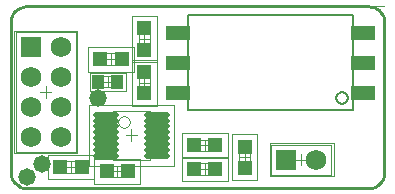
<source format=gts>
G04*
G04 #@! TF.GenerationSoftware,Altium Limited,Altium Designer,18.1.9 (240)*
G04*
G04 Layer_Color=8388736*
%FSLAX25Y25*%
%MOIN*%
G70*
G01*
G75*
%ADD12C,0.01000*%
%ADD13C,0.00197*%
%ADD14C,0.00394*%
%ADD15C,0.00500*%
%ADD21R,0.08477X0.04816*%
%ADD22R,0.05131X0.05131*%
%ADD23R,0.05131X0.05131*%
%ADD24R,0.04343X0.04737*%
%ADD25O,0.08477X0.01981*%
%ADD26C,0.06902*%
%ADD27R,0.06902X0.06902*%
%ADD28R,0.06902X0.06902*%
%ADD29C,0.05800*%
D12*
X124500Y55500D02*
X124350Y56519D01*
X124005Y57490D01*
X123476Y58375D01*
X122785Y59139D01*
X121959Y59754D01*
X121028Y60196D01*
X120029Y60448D01*
X119000Y60500D01*
X119500Y-0D02*
X120475Y96D01*
X121413Y381D01*
X122278Y843D01*
X123036Y1464D01*
X123657Y2222D01*
X124119Y3087D01*
X124404Y4025D01*
X124500Y5000D01*
X-0Y5000D02*
X96Y4025D01*
X381Y3087D01*
X843Y2222D01*
X1464Y1464D01*
X2222Y843D01*
X3087Y381D01*
X4025Y96D01*
X5000Y0D01*
Y60500D02*
X4025Y60404D01*
X3087Y60119D01*
X2222Y59657D01*
X1464Y59035D01*
X843Y58278D01*
X381Y57413D01*
X96Y56476D01*
X0Y55500D01*
X124500Y5000D02*
Y55500D01*
X5000Y0D02*
X119500D01*
X0Y5000D02*
Y55500D01*
X5000Y60500D02*
X119000D01*
D13*
X60000Y61000D02*
X60500Y60500D01*
X124500D01*
X42539Y35047D02*
X46279D01*
X44409Y33177D02*
Y36917D01*
X48543Y27370D02*
Y42724D01*
X40276Y27370D02*
Y42724D01*
X48543D01*
X40276Y27370D02*
X48543D01*
X86457Y4055D02*
Y14842D01*
X107744D01*
X86457Y4055D02*
X107744D01*
Y14842D01*
X73819Y17913D02*
X82087D01*
X73819Y2559D02*
X82087D01*
Y17913D01*
X73819Y2559D02*
Y17913D01*
X77953Y8366D02*
Y12106D01*
X76083Y10236D02*
X79823D01*
X64567Y4429D02*
Y8169D01*
X62697Y6299D02*
X66437D01*
X56890Y2165D02*
X72244D01*
X56890Y10433D02*
X72244D01*
Y2165D02*
Y10433D01*
X56890Y2165D02*
Y10433D01*
X64567Y12303D02*
Y16043D01*
X62697Y14173D02*
X66437D01*
X56890Y10039D02*
X72244D01*
X56890Y18307D02*
X72244D01*
Y10039D02*
Y18307D01*
X56890Y10039D02*
Y18307D01*
X40276Y57284D02*
X48543D01*
X40276Y41929D02*
X48543D01*
Y57284D01*
X40276Y41929D02*
Y57284D01*
X44409Y47736D02*
Y51476D01*
X42539Y49606D02*
X46279D01*
X1142Y11504D02*
X21929D01*
X1142D02*
Y52291D01*
X21929Y11504D02*
Y52291D01*
X1142D02*
X21929D01*
X33386Y41051D02*
Y44791D01*
X31516Y42921D02*
X35256D01*
X25709Y47055D02*
X41063D01*
X25709Y38787D02*
X41063D01*
X25709D02*
Y47055D01*
X41063Y38787D02*
Y47055D01*
X32303Y33531D02*
Y37272D01*
X30433Y35402D02*
X34173D01*
X26398Y32449D02*
X38209D01*
X26398Y38354D02*
X38209D01*
Y32449D02*
Y38354D01*
X26398Y32449D02*
Y38354D01*
X12323Y2843D02*
Y11110D01*
X27677Y2843D02*
Y11110D01*
X12323D02*
X27677D01*
X12323Y2843D02*
X27677D01*
X18130Y6976D02*
X21870D01*
X20000Y5106D02*
Y8846D01*
X43110Y1378D02*
Y9646D01*
X27756Y1378D02*
Y9646D01*
Y1378D02*
X43110D01*
X27756Y9646D02*
X43110D01*
X33563Y5512D02*
X37303D01*
X35433Y3642D02*
Y7382D01*
X26102Y7291D02*
Y27764D01*
X54252Y7291D02*
Y27764D01*
X26102D02*
X54252D01*
X26102Y7291D02*
X54252D01*
D14*
X39587Y22055D02*
X39323Y23039D01*
X38602Y23760D01*
X37618Y24024D01*
X36634Y23760D01*
X35913Y23039D01*
X35650Y22055D01*
X35913Y21071D01*
X36634Y20350D01*
X37618Y20087D01*
X38602Y20350D01*
X39323Y21071D01*
X39587Y22055D01*
X46279Y31701D02*
Y38394D01*
X42539Y31701D02*
Y38394D01*
X46279D01*
X42539Y31701D02*
X46279D01*
X106850Y4449D02*
Y14449D01*
X86850Y4449D02*
X106850D01*
X86850D02*
Y14449D01*
X106850D01*
X76083Y13681D02*
X79823D01*
X76083Y6791D02*
X79823D01*
Y13681D01*
X76083Y6791D02*
Y13681D01*
X61221Y4429D02*
X67913D01*
X61221Y8169D02*
X67913D01*
Y4429D02*
Y8169D01*
X61221Y4429D02*
Y8169D01*
Y12303D02*
X67913D01*
X61221Y16043D02*
X67913D01*
Y12303D02*
Y16043D01*
X61221Y12303D02*
Y16043D01*
X42539Y53051D02*
X46279D01*
X42539Y46161D02*
X46279D01*
Y53051D01*
X42539Y46161D02*
Y53051D01*
X1535Y11898D02*
X21535D01*
X1535D02*
Y51898D01*
X21535Y11898D02*
Y51898D01*
X1535D02*
X21535D01*
X30039Y44791D02*
X36732D01*
X30039Y41051D02*
X36732D01*
X30039D02*
Y44791D01*
X36732Y41051D02*
Y44791D01*
X28957Y33531D02*
X35650D01*
X28957Y37272D02*
X35650D01*
Y33531D02*
Y37272D01*
X28957Y33531D02*
Y37272D01*
X16555Y5106D02*
Y8846D01*
X23445Y5106D02*
Y8846D01*
X16555D02*
X23445D01*
X16555Y5106D02*
X23445D01*
X38878Y3642D02*
Y7382D01*
X31988Y3642D02*
Y7382D01*
Y3642D02*
X38878D01*
X31988Y7382D02*
X38878D01*
X34075Y9457D02*
Y25598D01*
X46279Y9457D02*
Y25598D01*
X34075D02*
X46279D01*
X34075Y9457D02*
X46279D01*
X96850Y7480D02*
Y11417D01*
X94882Y9449D02*
X98819D01*
X9567Y31898D02*
X13504D01*
X11535Y29929D02*
Y33866D01*
X38209Y17528D02*
X42146D01*
X40177Y15559D02*
Y19496D01*
D15*
X112205Y29921D02*
X111941Y30906D01*
X111221Y31626D01*
X110236Y31890D01*
X109252Y31626D01*
X108531Y30906D01*
X108267Y29921D01*
X108531Y28937D01*
X109252Y28216D01*
X110236Y27952D01*
X111221Y28216D01*
X111941Y28937D01*
X112205Y29921D01*
X59055Y25984D02*
Y57480D01*
X114173D01*
Y25984D02*
Y57480D01*
X59055Y25984D02*
X114173D01*
D21*
X55827Y41732D02*
D03*
Y51732D02*
D03*
Y31732D02*
D03*
X117401D02*
D03*
Y41732D02*
D03*
Y51732D02*
D03*
D22*
X44409Y38591D02*
D03*
Y31504D02*
D03*
X77953Y13780D02*
D03*
Y6693D02*
D03*
X44409Y53150D02*
D03*
Y46063D02*
D03*
D23*
X68110Y6299D02*
D03*
X61024D02*
D03*
X68110Y14173D02*
D03*
X61024D02*
D03*
X29842Y42921D02*
D03*
X36929D02*
D03*
X16457Y6976D02*
D03*
X23543D02*
D03*
X38976Y5512D02*
D03*
X31890D02*
D03*
D24*
X35453Y35402D02*
D03*
X29154D02*
D03*
D25*
X31811Y24417D02*
D03*
Y22449D02*
D03*
Y20480D02*
D03*
Y18512D02*
D03*
Y16543D02*
D03*
Y14575D02*
D03*
Y12606D02*
D03*
Y10638D02*
D03*
X48543Y24417D02*
D03*
Y22449D02*
D03*
Y20480D02*
D03*
Y18512D02*
D03*
Y16543D02*
D03*
Y14575D02*
D03*
Y12606D02*
D03*
Y10638D02*
D03*
D26*
X101850Y9449D02*
D03*
X16535Y16898D02*
D03*
X6535D02*
D03*
X16535Y26898D02*
D03*
Y36898D02*
D03*
X6535Y26898D02*
D03*
Y36898D02*
D03*
X16535Y46898D02*
D03*
D27*
X91850Y9449D02*
D03*
D28*
X6535Y46898D02*
D03*
D29*
X10370Y8008D02*
D03*
X5378Y3747D02*
D03*
X29134Y29921D02*
D03*
M02*

</source>
